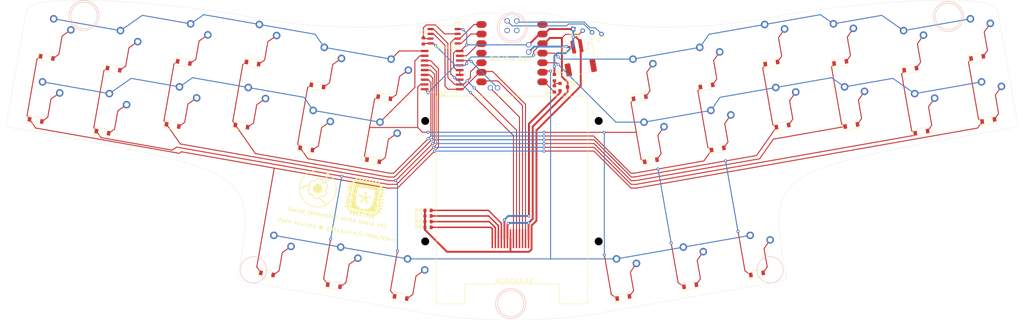
<source format=kicad_pcb>
(kicad_pcb (version 20211014) (generator pcbnew)
  (layers (0 "F.Cu" signal) (31 "B.Cu" signal) (34 "B.Paste" user) (35 "F.Paste" user) (36 "B.SilkS" user "B.Silkscreen") (37 "F.SilkS" user "F.Silkscreen") (38 "B.Mask" user) (39 "F.Mask" user) (44 "Edge.Cuts" user))
  (net 0 "")
  (net 1 "GND")
  (net 2 "Net-(BT1-Pad1)")
  (net 3 "SWD")
  (net 4 "SWC")
  (net 5 "R1")
  (net 6 "C1")
  (net 7 "C2")
  (net 8 "C3")
  (net 9 "C4")
  (net 10 "C5")
  (net 11 "C6")
  (net 12 "R2")
  (net 13 "R3")
  (net 14 "+3V3")
  (net 15 "MISO")
  (net 16 "R4")
  (net 17 "R5")
  (net 18 "BL")
  (net 19 "Net-(R7-Pad1)")
  (net 20 "Net-(R8-Pad1)")
  (net 21 "Net-(R9-Pad1)")
  (net 22 "Net-(Q1-Pad2)")
  (net 23 "DQ2")
  (net 24 "Net-(R6-Pad1)")
  (net 25 "FLASH_CS")
  (net 26 "MOSI")
  (net 27 "SCLK")
  (net 28 "LCD_CS")
  (net 29 "C\\D")
  (net 30 "IO_INT")
  (net 34 "IO_CS")
  (net 36 "Net-(Q1-Pad1)")
  (footprint "xiao:xiao-ble-smd" (layer "F.Cu") (at 138.865832 66.702025)
    (fp_text reference "U2" hide)
    (fp_text value "xiao-ble" hide)
  )
  (footprint "Resistor_SMD:R_0603_1608Metric" (layer "F.Cu") (at 115.365831 63.452024 -90)
    (fp_text reference "R3")
    (fp_text value "10k")
  )
  (footprint "Resistor_SMD:R_0603_1608Metric" (layer "F.Cu") (at 116.615831 111.452025 180)
    (fp_text reference "R8")
    (fp_text value "220")
  )
  (footprint "Resistor_SMD:R_0603_1608Metric" (layer "F.Cu") (at 116.615831 109.952024 180)
    (fp_text reference "R7")
    (fp_text value "220")
  )
  (footprint "Resistor_SMD:R_0603_1608Metric" (layer "F.Cu") (at 116.615832 112.952025 180)
    (fp_text reference "R9")
    (fp_text value "220")
  )
  (footprint "pg1350:pg1350-D" (layer "F.Cu") (at 15.515816 67.823877 -10)
    (fp_text reference "K1" hide)
    (fp_text value "diode-choc")
  )
  (footprint "pg1350:pg1350-D" (layer "F.Cu") (at 33.242357 70.949546 -10)
    (fp_text reference "K2" hide)
    (fp_text value "diode-choc")
  )
  (footprint "pg1350:pg1350-D" (layer "F.Cu") (at 51.837139 69.151174 -10)
    (fp_text reference "K3" hide)
    (fp_text value "diode-choc")
  )
  (footprint "pg1350:pg1350-D" (layer "F.Cu") (at 70.084623 69.322418 -10)
    (fp_text reference "K4" hide)
    (fp_text value "diode-choc")
  )
  (footprint "pg1350:pg1350-D" (layer "F.Cu") (at 87.290219 75.402506 -10)
    (fp_text reference "K5" hide)
    (fp_text value "diode-choc")
  )
  (footprint "pg1350:pg1350-D" (layer "F.Cu") (at 105.016759 78.528173 -10)
    (fp_text reference "K6" hide)
    (fp_text value "diode-choc")
  )
  (footprint "pg1350:pg1350-D" (layer "F.Cu") (at 12.5638 84.565608 -10)
    (fp_text reference "K7" hide)
    (fp_text value "diode-choc")
  )
  (footprint "pg1350:pg1350-D" (layer "F.Cu") (at 30.290339 87.691275 -10)
    (fp_text reference "K8" hide)
    (fp_text value "diode-choc")
  )
  (footprint "pg1350:pg1350-D" (layer "F.Cu") (at 48.88512 85.892906 -10)
    (fp_text reference "K9" hide)
    (fp_text value "diode-choc")
  )
  (footprint "pg1350:pg1350-D" (layer "F.Cu") (at 67.132607 86.06415 -10)
    (fp_text reference "K10" hide)
    (fp_text value "diode-choc")
  )
  (footprint "pg1350:pg1350-D" (layer "F.Cu") (at 84.338197 92.144239 -10)
    (fp_text reference "K11" hide)
    (fp_text value "diode-choc")
  )
  (footprint "pg1350:pg1350-D" (layer "F.Cu") (at 102.064737 95.269908 -10)
    (fp_text reference "K12" hide)
    (fp_text value "diode-choc")
  )
  (footprint "pg1350:pg1350-D" (layer "F.Cu") (at 73.9157 125.338689 -10)
    (fp_text reference "K13" hide)
    (fp_text value "diode-choc")
  )
  (footprint "pg1350:pg1350-D" (layer "F.Cu") (at 91.642244 128.464356 -10)
    (fp_text reference "K14" hide)
    (fp_text value "diode-choc")
  )
  (footprint "pg1350:pg1350-D" (layer "F.Cu") (at 109.36878 131.590023 -10)
    (fp_text reference "K15" hide)
    (fp_text value "diode-choc")
  )
  (footprint "pg1350:pg1350-D" (layer "F.Cu") (at 203.856935 125.338575 10)
    (fp_text reference "K16" hide)
    (fp_text value "diode-choc")
  )
  (footprint "pg1350:pg1350-D" (layer "F.Cu") (at 186.130393 128.46424 10)
    (fp_text reference "K17" hide)
    (fp_text value "diode-choc")
  )
  (footprint "pg1350:pg1350-D" (layer "F.Cu") (at 168.403861 131.58991 10)
    (fp_text reference "K18" hide)
    (fp_text value "diode-choc")
  )
  (footprint "pg1350:pg1350-D" (layer "F.Cu") (at 262.256825 67.823763 10)
    (fp_text reference "K19" hide)
    (fp_text value "diode-choc")
  )
  (footprint "pg1350:pg1350-D" (layer "F.Cu") (at 244.530283 70.949434 10)
    (fp_text reference "K20" hide)
    (fp_text value "diode-choc")
  )
  (footprint "pg1350:pg1350-D" (layer "F.Cu") (at 225.935505 69.151063 10)
    (fp_text reference "K21" hide)
    (fp_text value "diode-choc")
  )
  (footprint "pg1350:pg1350-D" (layer "F.Cu") (at 207.688019 69.322305 10)
    (fp_text reference "K22" hide)
    (fp_text value "diode-choc")
  )
  (footprint "pg1350:pg1350-D" (layer "F.Cu") (at 190.482425 75.402397 10)
    (fp_text reference "K23" hide)
    (fp_text value "diode-choc")
  )
  (footprint "pg1350:pg1350-D" (layer "F.Cu") (at 172.755885 78.528064 10)
    (fp_text reference "K24" hide)
    (fp_text value "diode-choc")
  )
  (footprint "pg1350:pg1350-D" (layer "F.Cu") (at 265.208837 84.565492 10)
    (fp_text reference "K25" hide)
    (fp_text value "diode-choc")
  )
  (footprint "pg1350:pg1350-D" (layer "F.Cu") (at 247.482297 87.691162 10)
    (fp_text reference "K26" hide)
    (fp_text value "diode-choc")
  )
  (footprint "pg1350:pg1350-D" (layer "F.Cu") (at 228.887519 85.892791 10)
    (fp_text reference "K27" hide)
    (fp_text value "diode-choc")
  )
  (footprint "pg1350:pg1350-D" (layer "F.Cu") (at 210.640033 86.064033 10)
    (fp_text reference "K28" hide)
    (fp_text value "diode-choc")
  )
  (footprint "pg1350:pg1350-D" (layer "F.Cu") (at 193.434443 92.144123 10)
    (fp_text reference "K29" hide)
    (fp_text value "diode-choc")
  )
  (footprint "pg1350:pg1350-D" (layer "F.Cu") (at 175.7079 95.269791 10)
    (fp_text reference "K30" hide)
    (fp_text value "diode-choc")
  )
  (footprint "keeb-libs:debug-port-single-side" (layer "F.Cu") (at 158.865831 60.952025 -10)
    (fp_text reference "J1" hide)
    (fp_text value "Conn_01x04" hide)
  )
  (footprint "misc:auklet-mount" (layer "F.Cu") (at 138.865832 100.702025)
    (fp_text reference "H1" hide)
    (fp_text value "MountingHole")
  )
  (footprint "misc:crides-neg" (layer "F.Cu") (at 87.365832 102.702025 -10)
    (fp_text reference "REF**" hide)
    (fp_text value "crides-neg")
  )
  (footprint "Resistor_SMD:R_0603_1608Metric" (layer "F.Cu") (at 116.615832 108.452025 180)
    (fp_text reference "R6")
    (fp_text value "220")
  )
  (footprint "misc:embedded" (layer "F.Cu") (at 99.865832 105.202025 -10)
    (fp_text reference "REF**" hide)
    (fp_text value "embedded")
  )
  (footprint "Package_TO_SOT_SMD:SOT-23" (layer "F.Cu") (at 152.615832 75.702025)
    (fp_text reference "Q1")
    (fp_text value "AO3401A")
  )
  (footprint "misc:TM022HDH26" (layer "F.Cu") (at 138.865831 105.702025)
    (fp_text reference "U3" hide)
    (fp_text value "LCD2.2in")
  )
  (footprint "Resistor_SMD:R_0603_1608Metric" (layer "F.Cu") (at 150.115832 73.202025 90)
    (fp_text reference "R1")
    (fp_text value "100k")
  )
  (footprint "Package_SO:SOP-8_5.28x5.23mm_P1.27mm" (layer "F.Cu") (at 120.865832 62.202024 180)
    (fp_text reference "U1")
    (fp_text value "MT25QL128ABA1ESE")
  )
  (footprint "Resistor_SMD:R_0603_1608Metric" (layer "F.Cu") (at 150.115832 76.202025 90)
    (fp_text reference "R2")
    (fp_text value "100")
  )
  (footprint "Package_SO:SOIC-18W_7.5x11.6mm_P1.27mm" (layer "F.Cu") (at 120.365832 71.202025 180)
    (fp_text reference "U4")
    (fp_text value "MCP23S08")
  )
  (footprint "Connector_JST:JST_PH_S2B-PH-SM4-TB_1x02-1MP_P2.00mm_Horizontal" (layer "F.Cu") (at 156.615832 67.702025 10)
    (fp_text reference "BT1")
    (fp_text value "Battery_Cell")
  )
  (gr_circle (center 138.934407 59.952024) (end 142.934406 59.952022) (layer "B.SilkS") (width 0.12) (fill none))
  (gr_circle (center 138.534402 133.202021) (end 142.034407 133.202024) (layer "B.SilkS") (width 0.12) (fill none))
  (gr_circle (center 207.327184 124.247856) (end 210.789638 124.759142) (layer "B.SilkS") (width 0.12) (fill none))
  (gr_circle (center 254.615831 56.952029) (end 258.57292 57.536362) (layer "B.SilkS") (width 0.12) (fill none))
  (gr_circle (center 254.615831 56.952029) (end 258.078282 57.463319) (layer "B.SilkS") (width 0.12) (fill none))
  (gr_circle (center 70.30099 124.269523) (end 73.763445 123.758234) (layer "B.SilkS") (width 0.12) (fill none))
  (gr_circle (center 25.36583 56.702025) (end 28.828284 56.190735) (layer "B.SilkS") (width 0.12) (fill none))
  (gr_circle (center 25.36583 56.702025) (end 29.322921 56.117696) (layer "B.SilkS") (width 0.12) (fill none))
  (gr_circle (center 138.934405 59.952025) (end 142.434403 59.952022) (layer "B.SilkS") (width 0.12) (fill none))
  (gr_circle (center 138.534402 133.202021) (end 142.534403 133.202021) (layer "B.SilkS") (width 0.12) (fill none))
  (gr_curve (pts (xy 10.039889 55.688628) (xy 10.676198 49.200556) (xy 56.411475 54.726352) (xy 64.782339 56.202361)) (layer "Edge.Cuts") (width 0.05))
  (gr_curve (pts (xy 64.782339 56.202361) (xy 79.163293 59.238664) (xy 102.925587 62.499043) (xy 130.115831 56.049273)) (layer "Edge.Cuts") (width 0.05))
  (gr_curve (pts (xy 5.641603 86.391323) (xy 71.131319 97.938925) (xy 71.254961 97.960724) (xy 66.182349 126.005943)) (layer "Edge.Cuts") (width 0.05))
  (gr_curve (pts (xy 116.238399 135.849627) (xy 129.865832 138.202025) (xy 147.865831 138.202025) (xy 161.53764 135.846891)) (layer "Edge.Cuts") (width 0.05))
  (gr_curve (pts (xy 272.131032 86.391203) (xy 206.645251 97.939162) (xy 206.521606 97.960964) (xy 211.590291 126.005829)) (layer "Edge.Cuts") (width 0.05))
  (gr_arc (start 272.942192 85.232747) (mid 272.776536 85.979972) (end 272.131032 86.391203) (layer "Edge.Cuts") (width 0.05))
  (gr_line (start 66.993506 127.164399) (end 116.238399 135.849627) (layer "Edge.Cuts") (width 0.05))
  (gr_curve (pts (xy 212.990296 56.202244) (xy 198.609343 59.238551) (xy 174.847048 62.498928) (xy 147.615832 56.049273)) (layer "Edge.Cuts") (width 0.05))
  (gr_curve (pts (xy 267.732746 55.688515) (xy 267.096438 49.200441) (xy 221.36116 54.726239) (xy 212.990296 56.202244)) (layer "Edge.Cuts") (width 0.05))
  (gr_line (start 147.615832 56.049273) (end 130.115831 56.049273) (layer "Edge.Cuts") (width 0.05))
  (gr_arc (start 211.590292 126.005824) (mid 211.424638 126.753051) (end 210.779133 127.164285) (layer "Edge.Cuts") (width 0.05))
  (gr_arc (start 66.993507 127.164397) (mid 66.348004 126.753166) (end 66.182349 126.005943) (layer "Edge.Cuts") (width 0.05))
  (gr_line (start 4.830445 85.232862) (end 10.039889 55.688628) (layer "Edge.Cuts") (width 0.05))
  (gr_arc (start 5.641604 86.391317) (mid 4.996101 85.980086) (end 4.830445 85.232862) (layer "Edge.Cuts") (width 0.05))
  (gr_line (start 272.942192 85.232746) (end 267.732746 55.688515) (layer "Edge.Cuts") (width 0.05))
  (gr_line (start 161.53764 135.846891) (end 210.779133 127.164285) (layer "Edge.Cuts") (width 0.05))
  (gr_text "BLE Xiao ONLY!" (at 138.865832 68.202025) (layer "F.SilkS") (effects (font (size 1 1))))
  (gr_text "JLCJLCJLCJLC" (at 139.365832 127.202025) (layer "F.SilkS") (effects (font (size 1 1))))
  (gr_text "   Auklet (embedded steno board v4)\n\nOpen sourced @ github.com/crides/steno" (at 76.865832 109.202025 -10) (layer "F.SilkS") (effects (font (size 1 1)) (justify left)))
  (segment (start 123.365832 70.389525) (end 124.178332 71.202025) (width 0.254) (layer "F.Cu") (net 1))
  (segment (start 138.465831 116.002025) (end 138.465831 119.452024) (width 0.508) (layer "F.Cu") (net 1))
  (segment (start 148.767392 60.290425) (end 155.113713 60.290425) (width 0.508) (layer "F.Cu") (net 1))
  (segment (start 125.865831 60.452025) (end 125.710831 60.297024) (width 0.254) (layer "F.Cu") (net 1))
  (segment (start 157.105741 75.462115) (end 145.365832 87.202024) (width 0.508) (layer "F.Cu") (net 1))
  (segment (start 121.615832 119.452025) (end 115.790832 113.627025) (width 0.508) (layer "F.Cu") (net 1))
  (segment (start 157.105742 64.721675) (end 157.105741 75.462115) (width 0.508) (layer "F.Cu") (net 1))
  (segment (start 125.220986 66.122024) (end 123.968334 66.122024) (width 0.254) (layer "F.Cu") (net 1))
  (segment (start 155.115831 62.452024) (end 155.865831 62.452024) (width 0.508) (layer "F.Cu") (net 1))
  (segment (start 150.115832 70.202025) (end 150.115832 72.377025) (width 0.508) (layer "F.Cu") (net 1))
  (segment (start 144.065832 112.502025) (end 144.065831 116.002025) (width 0.508) (layer "F.Cu") (net 1))
  (segment (start 143.429254 119.452024) (end 144.065831 118.815447) (width 0.508) (layer "F.Cu") (net 1))
  (segment (start 123.968334 66.122024) (end 123.365832 66.724526) (width 0.254) (layer "F.Cu") (net 1))
  (segment (start 115.790832 113.627025) (end 115.790831 111.452025) (width 0.508) (layer "F.Cu") (net 1))
  (segment (start 138.465831 119.452024) (end 123.615831 119.452025) (width 0.508) (layer "F.Cu") (net 1))
  (segment (start 125.710831 60.297024) (end 124.465832 60.297024) (width 0.254) (layer "F.Cu") (net 1))
  (segment (start 115.790831 111.452025) (end 115.790831 108.452025) (width 0.508) (layer "F.Cu") (net 1))
  (segment (start 145.365832 111.202025) (end 144.065832 112.502025) (width 0.508) (layer "F.Cu") (net 1))
  (segment (start 126.865832 64.477178) (end 125.220986 66.122024) (width 0.254) (layer "F.Cu") (net 1))
  (segment (start 147.435792 61.622025) (end 146.168832 61.622025) (width 0.508) (layer "F.Cu") (net 1))
  (segment (start 123.365832 66.724526) (end 123.365832 70.389525) (width 0.254) (layer "F.Cu") (net 1))
  (segment (start 123.615831 119.452025) (end 121.615832 119.452025) (width 0.508) (layer "F.Cu") (net 1))
  (segment (start 125.015832 72.472025) (end 125.015832 71.202025) (width 0.254) (layer "F.Cu") (net 1))
  (segment (start 147.435792 61.622025) (end 148.767392 60.290425) (width 0.508) (layer "F.Cu") (net 1))
  (segment (start 145.365832 87.202024) (end 145.365832 111.202025) (width 0.508) (layer "F.Cu") (net 1))
  (segment (start 157.105741 63.691935) (end 157.105742 64.721675) (width 0.508) (layer "F.Cu") (net 1))
  (segment (start 144.065831 118.815447) (end 144.065831 116.002025) (width 0.508) (layer "F.Cu") (net 1))
  (segment (start 146.168832 61.622025) (end 143.310832 64.480025) (width 0.508) (layer "F.Cu") (net 1))
  (segment (start 124.178332 71.202025) (end 125.015832 71.202025) (width 0.254) (layer "F.Cu") (net 1))
  (segment (start 138.465831 119.452024) (end 143.429254 119.452024) (width 0.508) (layer "F.Cu") (net 1))
  (segment (start 155.865831 62.452024) (end 157.105741 63.691935) (width 0.508) (layer "F.Cu") (net 1))
  (via (at 126.865832 64.477178) (size 0.8) (drill 0.4) (layers "F.Cu" "B.Cu") (net 1))
  (via (at 150.115832 70.202025) (size 0.8) (drill 0.4) (layers "F.Cu" "B.Cu") (net 1))
  (via (at 155.115831 62.452024) (size 0.8) (drill 0.4) (layers "F.Cu" "B.Cu") (net 1))
  (via (at 125.865831 60.452025) (size 0.8) (drill 0.4) (layers "F.Cu" "B.Cu") (net 1))
  (segment (start 126.868679 64.480025) (end 143.310832 64.480025) (width 0.254) (layer "B.Cu") (net 1))
  (segment (start 153.115831 66.702025) (end 155.115832 64.702025) (width 0.508) (layer "B.Cu") (net 1))
  (segment (start 155.115832 64.702025) (end 155.115831 62.452024) (width 0.508) (layer "B.Cu") (net 1))
  (segment (start 126.865832 64.477178) (end 126.868679 64.480025) (width 0.254) (layer "B.Cu") (net 1))
  (segment (start 150.115831 67.452025) (end 150.865831 66.702025) (width 0.508) (layer "B.Cu") (net 1))
  (segment (start 126.865832 64.477178) (end 126.865831 61.452025) (width 0.254) (layer "B.Cu") (net 1))
  (segment (start 150.865831 66.702025) (end 153.115831 66.702025) (width 0.508) (layer "B.Cu") (net 1))
  (segment (start 155.113714 62.449906) (end 155.113713 60.290425) (width 0.508) (layer "B.Cu") (net 1))
  (segment (start 126.865831 61.452025) (end 125.865831 60.452025) (width 0.254) (layer "B.Cu") (net 1))
  (segment (start 150.115832 70.202025) (end 150.115831 67.452025) (width 0.508) (layer "B.Cu") (net 1))
  (segment (start 155.115831 62.452024) (end 155.113714 62.449906) (width 0.508) (layer "B.Cu") (net 1))
  (segment (start 153.482778 65.068971) (end 155.136127 65.068971) (width 0.508) (layer "F.Cu") (net 2))
  (segment (start 153.365831 64.952025) (end 153.482778 65.068971) (width 0.508) (layer "F.Cu") (net 2))
  (via (at 153.365831 64.952025) (size 0.8) (drill 0.4) (layers "F.Cu" "B.Cu") (net 2))
  (segment (start 144.743832 64.952025) (end 143.310832 66.385025) (width 0.508) (layer "B.Cu") (net 2))
  (segment (start 153.365831 64.952025) (end 144.743832 64.952025) (width 0.508) (layer "B.Cu") (net 2))
  (segment (start 138.917832 59.452025) (end 137.595832 58.130025) (width 0.254) (layer "B.Cu") (net 3))
  (segment (start 160.116537 61.172558) (end 157.896004 58.952025) (width 0.254) (layer "B.Cu") (net 3))
  (segment (start 153.365832 59.452025) (end 138.917832 59.452025) (width 0.254) (layer "B.Cu") (net 3))
  (segment (start 153.865832 58.952025) (end 153.365832 59.452025) (width 0.254) (layer "B.Cu") (net 3))
  (segment (start 157.896004 58.952025) (end 153.865832 58.952025) (width 0.254) (layer "B.Cu") (net 3))
  (segment (start 158.041904 58.452025) (end 159.541904 59.952025) (width 0.254) (layer "B.Cu") (net 4))
  (segment (start 159.541904 59.952025) (end 160.956349 59.952025) (width 0.254) (layer "B.Cu") (net 4))
  (segment (start 140.135832 58.130025) (end 140.457832 58.452025) (width 0.254) (layer "B.Cu") (net 4))
  (segment (start 160.956349 59.952025) (end 162.617949 61.613625) (width 0.254) (layer "B.Cu") (net 4))
  (segment (start 140.457832 58.452025) (end 158.041904 58.452025) (width 0.254) (layer "B.Cu") (net 4))
  (segment (start 116.215831 66.122025) (end 108.986847 66.122025) (width 0.254) (layer "F.Cu") (net 5))
  (segment (start 108.986847 66.122025) (end 106.8227 68.286173) (width 0.254) (layer "F.Cu") (net 5))
  (segment (start 89.096157 65.160512) (end 106.822698 68.286174) (width 0.254) (layer "B.Cu") (net 5))
  (segment (start 106.822698 68.286174) (end 106.822701 68.286172) (width 0.254) (layer "B.Cu") (net 5))
  (segment (start 17.321763 57.581876) (end 35.048296 60.707542) (width 0.254) (layer "B.Cu") (net 5))
  (segment (start 35.048296 60.707542) (end 35.048297 60.707546) (width 0.254) (layer "B.Cu") (net 5))
  (segment (start 57.11844 56.475694) (end 86.662683 61.685143) (width 0.254) (layer "B.Cu") (net 5))
  (segment (start 35.0483 60.707549) (end 40.840575 56.651746) (width 0.254) (layer "B.Cu") (net 5))
  (segment (start 40.840575 56.651746) (end 53.643076 58.909176) (width 0.254) (layer "B.Cu") (net 5))
  (segment (start 53.643076 58.909176) (end 57.11844 56.475694) (width 0.254) (layer "B.Cu") (net 5))
  (segment (start 86.662683 61.685143) (end 89.096155 65.160506) (width 0.254) (layer "B.Cu") (net 5))
  (segment (start 10.253883 83.297218) (end 10.943367 84.281905) (width 0.254) (layer "F.Cu") (net 6))
  (segment (start 13.895384 67.540179) (end 12.910699 68.229661) (width 0.254) (layer "F.Cu") (net 6))
  (segment (start 12.910699 68.229661) (end 10.253883 83.297218) (width 0.254) (layer "F.Cu") (net 6))
  (segment (start 108.532476 102.535381) (end 118.365832 92.702024) (width 0.254) (layer "F.Cu") (net 6))
  (segment (start 71.192682 123.480332) (end 75.819716 97.239112) (width 0.254) (layer "F.Cu") (net 6))
  (segment (start 72.295267 125.054989) (end 71.192682 123.480332) (width 0.254) (layer "F.Cu") (net 6))
  (segment (start 171.912578 102.539286) (end 262.367168 86.589702) (width 0.254) (layer "F.Cu") (net 6))
  (segment (start 117.240831 68.662024) (end 116.215832 68.662025) (width 0.254) (layer "F.Cu") (net 6))
  (segment (start 50.620292 93.303486) (end 51.199518 92.897905) (width 0.254) (layer "F.Cu") (net 6))
  (segment (start 105.85635 102.53538) (end 108.532476 102.535381) (width 0.254) (layer "F.Cu") (net 6))
  (segment (start 262.599214 84.162531) (end 259.942402 69.094971) (width 0.254) (layer "F.Cu") (net 6))
  (segment (start 118.365832 92.702024) (end 119.365832 91.702024) (width 0.254) (layer "F.Cu") (net 6))
  (segment (start 147.368534 92.702025) (end 160.615831 92.702025) (width 0.254) (layer "F.Cu") (net 6))
  (segment (start 147.365832 92.704727) (end 147.368534 92.702025) (width 0.254) (layer "F.Cu") (net 6))
  (segment (start 170.453094 102.539287) (end 171.912578 102.539286) (width 0.254) (layer "F.Cu") (net 6))
  (segment (start 12.561378 86.592673) (end 50.620292 93.303486) (width 0.254) (layer "F.Cu") (net 6))
  (segment (start 259.942402 69.094971) (end 260.631884 68.110286) (width 0.254) (layer "F.Cu") (net 6))
  (segment (start 119.365832 70.787025) (end 117.240831 68.662024) (width 0.254) (layer "F.Cu") (net 6))
  (segment (start 119.365832 91.702024) (end 119.365832 70.787025) (width 0.254) (layer "F.Cu") (net 6))
  (segment (start 51.199518 92.897905) (end 75.819716 97.239112) (width 0.254) (layer "F.Cu") (net 6))
  (segment (start 10.943361 84.281907) (end 12.561378 86.592673) (width 0.254) (layer "F.Cu") (net 6))
  (segment (start 75.819716 97.239112) (end 105.85635 102.53538) (width 0.254) (layer "F.Cu") (net 6))
  (segment (start 160.615831 92.702025) (end 170.453094 102.539287) (width 0.254) (layer "F.Cu") (net 6))
  (segment (start 262.367168 86.589702) (end 263.583907 84.852017) (width 0.254) (layer "F.Cu") (net 6))
  (segment (start 263.583907 84.852017) (end 262.599214 84.162531) (width 0.254) (layer "F.Cu") (net 6))
  (via (at 147.365832 92.704727) (size 0.8) (drill 0.4) (layers "F.Cu" "B.Cu") (net 6))
  (via (at 118.365832 92.702024) (size 0.8) (drill 0.4) (layers "F.Cu" "B.Cu") (net 6))
  (segment (start 147.365832 92.704727) (end 118.368534 92.704728) (width 0.254) (layer "B.Cu") (net 6))
  (segment (start 118.368534 92.704728) (end 118.365832 92.702024) (width 0.254) (layer "B.Cu") (net 6))
  (segment (start 245.857365 87.977685) (end 245.857367 87.977686) (width 0.254) (layer "F.Cu") (net 7))
  (segment (start 242.905348 71.23595) (end 242.215866 72.220644) (width 0.254) (layer "F.Cu") (net 7))
  (segment (start 244.872679 87.288202) (end 245.857367 87.977686) (width 0.254) (layer "F.Cu") (net 7))
  (segment (start 31.621927 70.665841) (end 30.637238 71.355331) (width 0.254) (layer "F.Cu") (net 7))
  (segment (start 106.029999 101.550572) (end 93.719902 99.37997) (width 0.254) (layer "F.Cu") (net 7))
  (segment (start 118.865832 90.952024) (end 118.111329 91.706527) (width 0.254) (layer "F.Cu") (net 7))
  (segment (start 90.021806 128.180652) (end 88.919214 126.605993) (width 0.254) (layer "F.Cu") (net 7))
  (segment (start 242.215866 72.220644) (end 243.283802 78.277214) (width 0.254) (layer "F.Cu") (net 7))
  (segment (start 90.767884 116.121704) (end 90.767884 116.121702) (width 0.254) (layer "F.Cu") (net 7))
  (segment (start 243.283802 78.277214) (end 244.872679 87.288202) (width 0.254) (layer "F.Cu") (net 7))
  (segment (start 170.483107 101.55448) (end 171.738929 101.554479) (width 0.254) (layer "F.Cu") (net 7))
  (segment (start 147.365831 91.702024) (end 147.37394 91.710133) (width 0.254) (layer "F.Cu") (net 7))
  (segment (start 147.37394 91.710133) (end 160.638761 91.710133) (width 0.254) (layer "F.Cu") (net 7))
  (segment (start 49.895962 91.652625) (end 48.737502 92.463787) (width 0.254) (layer "F.Cu") (net 7))
  (segment (start 108.267284 101.550571) (end 106.029999 101.550572) (width 0.254) (layer "F.Cu") (net 7))
  (segment (start 88.919214 126.605993) (end 90.767884 116.121704) (width 0.254) (layer "F.Cu") (net 7))
  (segment (start 116.215832 69.932024) (end 117.240831 69.932024) (width 0.254) (layer "F.Cu") (net 7))
  (segment (start 93.719902 99.37997) (end 49.895962 91.652625) (width 0.254) (layer "F.Cu") (net 7))
  (segment (start 118.865832 71.557025) (end 118.865832 90.952024) (width 0.254) (layer "F.Cu") (net 7))
  (segment (start 245.451791 88.556915) (end 245.857367 87.977687) (width 0.254) (layer "F.Cu") (net 7))
  (segment (start 160.638761 91.710133) (end 170.483107 101.55448) (width 0.254) (layer "F.Cu") (net 7))
  (segment (start 171.738929 101.554479) (end 245.451791 88.556915) (width 0.254) (layer "F.Cu") (net 7))
  (segment (start 28.669899 87.407572) (end 27.980419 86.422887) (width 0.254) (layer "F.Cu") (net 7))
  (segment (start 48.737502 92.463787) (end 29.879458 89.138604) (width 0.254) (layer "F.Cu") (net 7))
  (segment (start 29.30814 78.893014) (end 27.980419 86.422887) (width 0.254) (layer "F.Cu") (net 7))
  (segment (start 29.879458 89.138604) (end 28.665405 87.404757) (width 0.254) (layer "F.Cu") (net 7))
  (segment (start 118.111329 91.706527) (end 108.267284 101.550571) (width 0.254) (layer "F.Cu") (net 7))
  (segment (start 28.669904 87.407572) (end 28.669899 87.407572) (width 0.254) (layer "F.Cu") (net 7))
  (segment (start 30.637238 71.355331) (end 29.30814 78.893014) (width 0.254) (layer "F.Cu") (net 7))
  (segment (start 117.240831 69.932024) (end 118.865832 71.557025) (width 0.254) (layer "F.Cu") (net 7))
  (via (at 147.365831 91.702024) (size 0.8) (drill 0.4) (layers "F.Cu" "B.Cu") (net 7))
  (via (at 90.767884 116.121702) (size 0.8) (drill 0.4) (layers "F.Cu" "B.Cu") (net 7))
  (via (at 93.719902 99.37997) (size 0.8) (drill 0.4) (layers "F.Cu" "B.Cu") (net 7))
  (via (at 118.111329 91.706527) (size 0.8) (drill 0.4) (layers "F.Cu" "B.Cu") (net 7))
  (segment (start 147.357723 91.710133) (end 118.114934 91.710133) (width 0.254) (layer "B.Cu") (net 7))
  (segment (start 147.365831 91.702024) (end 147.357723 91.710133) (width 0.254) (layer "B.Cu") (net 7))
  (segment (start 90.767884 116.121702) (end 93.719902 99.37997) (width 0.254) (layer "B.Cu") (net 7))
  (segment (start 118.114934 91.710133) (end 118.111329 91.706527) (width 0.254) (layer "B.Cu") (net 7))
  (segment (start 227.262584 86.179311) (end 227.262586 86.179313) (width 0.254) (layer "F.Cu") (net 8))
  (segment (start 224.310567 69.437582) (end 223.621081 70.422272) (width 0.254) (layer "F.Cu") (net 8))
  (segment (start 223.621081 70.422272) (end 226.2779 85.489827) (width 0.254) (layer "F.Cu") (net 8))
  (segment (start 226.2779 85.489827) (end 227.262586 86.179313) (width 0.254) (layer "F.Cu") (net 8))
  (segment (start 49.23202 69.556957) (end 50.216705 68.867472) (width 0.254) (layer "F.Cu") (net 8))
  (segment (start 47.264684 85.609203) (end 46.575201 84.62452) (width 0.254) (layer "F.Cu") (net 8))
  (segment (start 46.575201 84.62452) (end 49.23202 69.556957) (width 0.254) (layer "F.Cu") (net 8))
  (segment (start 106.203647 100.565765) (end 107.036194 100.565763) (width 0.254) (layer "F.Cu") (net 8))
  (segment (start 208.20656 89.539404) (end 227.262586 86.179313) (width 0.254) (layer "F.Cu") (net 8))
  (segment (start 204.556337 94.752457) (end 208.20656 89.539404) (width 0.254) (layer "F.Cu") (net 8))
  (segment (start 147.365832 90.699322) (end 147.373941 90.70743) (width 0.254) (layer "F.Cu") (net 8))
  (segment (start 118.365832 72.327026) (end 118.365832 90.202025) (width 0.254) (layer "F.Cu") (net 8))
  (segment (start 115.715832 71.202025) (end 117.240831 71.202025) (width 0.254) (layer "F.Cu") (net 8))
  (segment (start 106.645763 129.731661) (end 108.494423 119.247369) (width 0.254) (layer "F.Cu") (net 8))
  (segment (start 147.373941 90.70743) (end 160.636061 90.70743) (width 0.254) (layer "F.Cu") (net 8))
  (segment (start 170.498299 100.569668) (end 171.565284 100.569668) (width 0.254) (layer "F.Cu") (net 8))
  (segment (start 107.748344 131.306323) (end 106.645763 129.731661) (width 0.254) (layer "F.Cu") (net 8))
  (segment (start 118.365832 90.202025) (end 117.863182 90.704675) (width 0.254) (layer "F.Cu") (net 8))
  (segment (start 160.636061 90.70743) (end 170.498299 100.569668) (width 0.254) (layer "F.Cu") (net 8))
  (segment (start 108.002092 100.565764) (end 107.036194 100.565763) (width 0.254) (layer "F.Cu") (net 8))
  (segment (start 50.910597 90.816109) (end 106.203647 100.565765) (width 0.254) (layer "F.Cu") (net 8))
  (segment (start 117.240831 71.202025) (end 118.365832 72.327026) (width 0.254) (layer "F.Cu") (net 8))
  (segment (start 171.565284 100.569668) (end 204.556337 94.752457) (width 0.254) (layer "F.Cu") (net 8))
  (segment (start 47.264684 85.609203) (end 50.910597 90.816109) (width 0.254) (layer "F.Cu") (net 8))
  (segment (start 117.863182 90.704675) (end 108.002092 100.565764) (width 0.254) (layer "F.Cu") (net 8))
  (via (at 117.863182 90.704675) (size 0.8) (drill 0.4) (layers "F.Cu" "B.Cu") (net 8))
  (via (at 147.365832 90.699322) (size 0.8) (drill 0.4) (layers "F.Cu" "B.Cu") (net 8))
  (via (at 108.002092 100.565764) (size 0.8) (drill 0.4) (layers "F.Cu" "B.Cu") (net 8))
  (via (at 108.494423 119.247369) (size 0.8) (drill 0.4) (layers "F.Cu" "B.Cu") (net 8))
  (segment (start 147.357722 90.707431) (end 117.865938 90.70743) (width 0.254) (layer "B.Cu") (net 8))
  (segment (start 147.365832 90.699322) (end 147.357722 90.707431) (width 0.254) (layer "B.Cu") (net 8))
  (segment (start 108.494423 119.247369) (end 108.494423 101.058095) (width 0.254) (layer "B.Cu") (net 8))
  (segment (start 117.865938 90.70743) (end 117.863182 90.704675) (width 0.254) (layer "B.Cu") (net 8))
  (segment (start 108.494423 101.058095) (end 108.002092 100.565764) (width 0.254) (layer "B.Cu") (net 8))
  (segment (start 209.0151 86.350559) (end 209.0151 86.35056) (width 0.254) (layer "F.Cu") (net 9))
  (segment (start 206.063081 69.608825) (end 205.373598 70.59351) (width 0.254) (layer "F.Cu") (net 9))
  (segment (start 208.03042 85.661073) (end 209.0151 86.35056) (width 0.254) (layer "F.Cu") (net 9))
  (segment (start 205.373598 70.59351) (end 208.03042 85.661073) (width 0.254) (layer "F.Cu") (net 9))
  (segment (start 65.51217 85.780443) (end 65.512167 85.780448) (width 0.254) (layer "F.Cu") (net 9))
  (segment (start 64.822684 84.79576) (end 65.512167 85.780448) (width 0.254) (layer "F.Cu") (net 9))
  (segment (start 67.479501 69.728197) (end 64.822684 84.79576) (width 0.254) (layer "F.Cu") (net 9))
  (segment (start 68.464191 69.038718) (end 67.479501 69.728197) (width 0.254) (layer "F.Cu") (net 9))
  (segment (start 117.010832 72.472025) (end 117.865832 73.327025) (width 0.254) (layer "F.Cu") (net 9))
  (segment (start 160.633353 89.704728) (end 170.513489 99.584865) (width 0.254) (layer "F.Cu") (net 9))
  (segment (start 117.579309 89.7056) (end 107.68767 99.597239) (width 0.254) (layer "F.Cu") (net 9))
  (segment (start 171.391636 99.58486) (end 195.519425 95.33048) (width 0.254) (layer "F.Cu") (net 9))
  (segment (start 147.37394 89.704728) (end 160.633353 89.704728) (width 0.254) (layer "F.Cu") (net 9))
  (segment (start 209.015103 86.350562) (end 203.742568 93.880522) (width 0.254) (layer "F.Cu") (net 9))
  (segment (start 200.668093 124.53004) (end 198.818737 114.041828) (width 0.254) (layer "F.Cu") (net 9))
  (segment (start 115.715832 72.472025) (end 117.010832 72.472025) (width 0.254) (layer "F.Cu") (net 9))
  (segment (start 117.865832 89.419077) (end 117.579309 89.7056) (width 0.254) (layer "F.Cu") (net 9))
  (segment (start 107.68767 99.597239) (end 106.093809 99.597239) (width 0.254) (layer "F.Cu") (net 9))
  (segment (start 202.232004 125.625099) (end 200.668093 124.53004) (width 0.254) (layer "F.Cu") (net 9))
  (segment (start 203.742568 93.880522) (end 195.519425 95.33048) (width 0.254) (layer "F.Cu") (net 9))
  (segment (start 70.833341 93.379867) (end 65.512169 85.780446) (width 0.254) (layer "F.Cu") (net 9))
  (segment (start 106.093809 99.597239) (end 70.833341 93.379867) (width 0.254) (layer "F.Cu") (net 9))
  (segment (start 170.513489 99.584865) (end 171.391636 99.58486) (width 0.254) (layer "F.Cu") (net 9))
  (segment (start 147.365831 89.696618) (end 147.37394 89.704728) (width 0.254) (layer "F.Cu") (net 9))
  (segment (start 117.865832 73.327025) (end 117.865832 89.419077) (width 0.254) (layer "F.Cu") (net 9))
  (via (at 195.519425 95.33048) (size 0.8) (drill 0.4) (layers "F.Cu" "B.Cu") (net 9))
  (via (at 198.818737 114.041828) (size 0.8) (drill 0.4) (layers "F.Cu" "B.Cu") (net 9))
  (via (at 147.365831 89.696618) (size 0.8) (drill 0.4) (layers "F.Cu" "B.Cu") (net 9))
  (via (at 117.579309 89.7056) (size 0.8) (drill 0.4) (layers "F.Cu" "B.Cu") (net 9))
  (segment (start 147.357723 89.704728) (end 117.580181 89.704728) (width 0.254) (layer "B.Cu") (net 9))
  (segment (start 147.365831 89.696618) (end 147.357723 89.704728) (width 0.254) (layer "B.Cu") (net 9))
  (segment (start 117.580181 89.704728) (end 117.579309 89.7056) (width 0.254) (layer "B.Cu") (net 9))
  (segment (start 198.720508 113.48474) (end 195.519425 95.33048) (width 0.254) (layer "B.Cu") (net 9))
  (segment (start 198.818737 114.041828) (end 198.720508 113.48474) (width 0.254) (layer "B.Cu") (net 9))
  (segment (start 191.809509 92.430647) (end 191.809504 92.430649) (width 0.254) (layer "F.Cu") (net 10))
  (segment (start 188.857487 75.688911) (end 188.168001 76.673605) (width 0.254) (layer "F.Cu") (net 10))
  (segment (start 190.824818 91.741165) (end 191.809504 92.430649) (width 0.254) (layer "F.Cu") (net 10))
  (segment (start 188.168001 76.673605) (end 190.824818 91.741165) (width 0.254) (layer "F.Cu") (net 10))
  (segment (start 191.809511 92.430648) (end 189.781613 95.326786) (width 0.254) (layer "F.Cu") (net 10))
  (segment (start 184.505464 128.75076) (end 182.941555 127.655705) (width 0.254) (layer "F.Cu") (net 10))
  (segment (start 147.373941 88.702025) (end 160.539246 88.702025) (width 0.254) (layer "F.Cu") (net 10))
  (segment (start 117.365831 88.694189) (end 117.365831 74.452024) (width 0.254) (layer "F.Cu") (net 10))
  (segment (start 82.717765 91.860536) (end 82.717766 91.860541) (width 0.254) (layer "F.Cu") (net 10))
  (segment (start 160.539246 88.702025) (end 161.171888 89.334666) (width 0.254) (layer "F.Cu") (net 10))
  (segment (start 170.437275 98.600058) (end 171.217985 98.600058) (width 0.254) (layer "F.Cu") (net 10))
  (segment (start 189.781613 95.326786) (end 177.619236 97.471343) (width 0.254) (layer "F.Cu") (net 10))
  (segment (start 106.550943 98.596148) (end 84.741361 94.75053) (width 0.254) (layer "F.Cu") (net 10))
  (segment (start 84.741361 94.75053) (end 82.717765 91.860536) (width 0.254) (layer "F.Cu") (net 10))
  (segment (start 82.028276 90.875851) (end 84.685098 75.808295) (width 0.254) (layer "F.Cu") (net 10))
  (segment (start 182.941555 127.655705) (end 181.0922 117.167498) (width 0.254) (layer "F.Cu") (net 10))
  (segment (start 116.609628 89.458229) (end 107.471708 98.596149) (width 0.254) (layer "F.Cu") (net 10))
  (segment (start 84.685098 75.808295) (end 85.669783 75.118805) (width 0.254) (layer "F.Cu") (net 10))
  (segment (start 116.609628 89.450392) (end 116.609628 89.458229) (width 0.254) (layer "F.Cu") (net 10))
  (segment (start 107.471708 98.596149) (end 106.550943 98.596148) (width 0.254) (layer "F.Cu") (net 10))
  (segment (start 82.717766 91.860541) (end 82.028276 90.875851) (width 0.254) (layer "F.Cu") (net 10))
  (segment (start 116.609628 89.450392) (end 117.365831 88.694189) (width 0.254) (layer "F.Cu") (net 10))
  (segment (start 161.171888 89.334666) (end 170.437275 98.600058) (width 0.254) (layer "F.Cu") (net 10))
  (segment (start 147.365832 88.693915) (end 147.373941 88.702025) (width 0.254) (layer "F.Cu") (net 10))
  (segment (start 171.217985 98.600058) (end 177.619236 97.471343) (width 0.254) (layer "F.Cu") (net 10))
  (segment (start 116.655832 73.742025) (end 115.715832 73.742025) (width 0.254) (layer "F.Cu") (net 10))
  (segment (start 117.365831 74.452024) (end 116.655832 73.742025) (width 0.254) (layer "F.Cu") (net 10))
  (via (at 181.0922 117.167498) (size 0.8) (drill 0.4) (layers "F.Cu" "B.Cu") (net 10))
  (via (at 147.365832 88.693915) (size 0.8) (drill 0.4) (layers "F.Cu" "B.Cu") (net 10))
  (via (at 116.609628 89.450392) (size 0.8) (drill 0.4) (layers "F.Cu" "B.Cu") (net 10))
  (via (at 177.619236 97.471343) (size 0.8) (drill 0.4) (layers "F.Cu" "B.Cu") (net 10))
  (segment (start 147.357723 88.702024) (end 147.365832 88.693915) (width 0.254) (layer "B.Cu") (net 10))
  (segment (start 181.0922 117.167498) (end 177.619236 97.471343) (width 0.254) (layer "B.Cu") (net 10))
  (segment (start 117.357996 88.702024) (end 147.357723 88.702024) (width 0.254) (layer "B.Cu") (net 10))
  (segment (start 116.609628 89.450392) (end 117.357996 88.702024) (width 0.254) (layer "B.Cu") (net 10))
  (segment (start 170.441463 79.79927) (end 171.130946 78.814582) (width 0.254) (layer "F.Cu") (net 11))
  (segment (start 174.082968 95.556313) (end 173.098288 94.866828) (width 0.254) (layer "F.Cu") (net 11))
  (segment (start 100.444306 94.986208) (end 100.444308 94.986205) (width 0.254) (layer "F.Cu") (net 11))
  (segment (start 103.396322 78.244472) (end 102.411636 78.93396) (width 0.254) (layer "F.Cu") (net 11))
  (segment (start 99.75482 94.001515) (end 100.444308 94.986205) (width 0.254) (layer "F.Cu") (net 11))
  (segment (start 116.615831 87.702025) (end 115.115832 87.702025) (width 0.254) (layer "F.Cu") (net 11))
  (segment (start 100.999866 86.940504) (end 99.75482 94.001515) (width 0.254) (layer "F.Cu") (net 11))
  (segment (start 113.865832 75.702025) (end 114.555832 75.012025) (width 0.254) (layer "F.Cu") (net 11))
  (segment (start 113.865832 86.452025) (end 113.865832 75.702025) (width 0.254) (layer "F.Cu") (net 11))
  (segment (start 165.215014 130.781371) (end 163.365661 120.293168) (width 0.254) (layer "F.Cu") (net 11))
  (segment (start 114.555832 75.012025) (end 116.215832 75.012025) (width 0.254) (layer "F.Cu") (net 11))
  (segment (start 102.139743 80.475937) (end 100.999866 86.940504) (width 0.254) (layer "F.Cu") (net 11))
  (segment (start 147.365831 87.691213) (end 147.402909 87.728291) (width 0.254) (layer "F.Cu") (net 11))
  (segment (start 102.411636 78.93396) (end 102.139743 80.475937) (width 0.254) (layer "F.Cu") (net 11))
  (segment (start 113.865832 86.452025) (end 101.09494 86.452025) (width 0.254) (layer "F.Cu") (net 11))
  (segment (start 171.839566 87.728291) (end 163.366653 87.728291) (width 0.254) (layer "F.Cu") (net 11))
  (segment (start 101.09494 86.452025) (end 101.087339 86.444422) (width 0.254) (layer "F.Cu") (net 11))
  (segment (start 166.778926 131.876431) (end 165.215014 130.781371) (width 0.254) (layer "F.Cu") (net 11))
  (segment (start 173.098288 94.866828) (end 171.919026 88.178936) (width 0.254) (layer "F.Cu") (net 11))
  (segment (start 147.402909 87.728291) (end 163.366653 87.728291) (width 0.254) (layer "F.Cu") (net 11))
  (segment (start 171.839566 87.728291) (end 170.441463 79.79927) (width 0.254) (layer "F.Cu") (net 11))
  (segment (start 171.919026 88.178936) (end 171.839566 87.728291) (width 0.254) (layer "F.Cu") (net 11))
  (segment (start 115.115832 87.702025) (end 113.865832 86.452025) (width 0.254) (layer "F.Cu") (net 11))
  (via (at 163.365661 120.293168) (size 0.8) (drill 0.4) (layers "F.Cu" "B.Cu") (net 11))
  (via (at 116.615831 87.702025) (size 0.8) (drill 0.4) (layers "F.Cu" "B.Cu") (net 11))
  (via (at 147.365831 87.691213) (size 0.8) (drill 0.4) (layers "F.Cu" "B.Cu") (net 11))
  (via (at 163.366653 87.728291) (size 0.8) (drill 0.4) (layers "F.Cu" "B.Cu") (net 11))
  (segment (start 163.365661 120.293168) (end 163.365661 87.729283) (width 0.254) (layer "B.Cu") (net 11))
  (segment (start 147.35502 87.702025) (end 116.615831 87.702025) (width 0.254) (layer "B.Cu") (net 11))
  (segment (start 163.365661 87.729283) (end 163.366653 87.728291) (width 0.254) (layer "B.Cu") (net 11))
  (segment (start 147.365831 87.691213) (end 147.35502 87.702025) (width 0.254) (layer "B.Cu") (net 11))
  (segment (start 113.115832 68.753234) (end 114.477041 67.392025) (width 0.254) (layer "F.Cu") (net 12))
  (segment (start 114.477041 67.392025) (end 116.215832 67.392025) (width 0.254) (layer "F.Cu") (net 12))
  (segment (start 113.115832 75.782753) (end 113.115832 68.753234) (width 0.254) (layer "F.Cu") (net 12))
  (segment (start 103.870679 85.027906) (end 113.115832 75.782753) (width 0.254) (layer "F.Cu") (net 12))
  (segment (start 103.870675 85.027907) (end 103.87068 85.027904) (width 0.254) (layer "B.Cu") (net 12))
  (segment (start 86.14414 81.902242) (end 103.870675 85.027907) (width 0.254) (layer "B.Cu") (net 12))
  (segment (start 32.096279 77.449276) (end 32.096282 77.449279) (width 0.254) (layer "B.Cu") (net 12))
  (segment (start 14.369745 74.32361) (end 32.096279 77.449276) (width 0.254) (layer "B.Cu") (net 12))
  (segment (start 37.888566 73.393479) (end 50.691062 75.650902) (width 0.254) (layer "B.Cu") (net 12))
  (segment (start 54.166431 73.217425) (end 50.691062 75.650902) (width 0.254) (layer "B.Cu") (net 12))
  (segment (start 32.096283 77.449277) (end 37.888566 73.393479) (width 0.254) (layer "B.Cu") (net 12))
  (segment (start 83.710664 78.426876) (end 86.14414 81.90224) (width 0.254) (layer "B.Cu") (net 12))
  (segment (start 68.938546 75.822148) (end 54.166431 73.217425) (width 0.254) (layer "B.Cu") (net 12))
  (segment (start 68.93854 75.822152) (end 83.710664 78.426876) (width 0.254) (layer "B.Cu") (net 12))
  (segment (start 149.115831 71.452025) (end 147.765792 71.452025) (width 0.254) (layer "F.Cu") (net 13))
  (segment (start 147.765792 71.452025) (end 147.435792 71.782025) (width 0.254) (layer "F.Cu") (net 13))
  (via (at 149.115831 71.452025) (size 0.8) (drill 0.4) (layers "F.Cu" "B.Cu") (net 13))
  (segment (start 166.597917 121.347911) (end 202.050999 115.096581) (width 0.254) (layer "B.Cu") (net 13))
  (segment (start 202.050999 115.096581) (end 202.051002 115.096581) (width 0.254) (layer "B.Cu") (net 13))
  (segment (start 75.726143 115.0995) (end 111.179218 121.350834) (width 0.254) (layer "B.Cu") (net 13))
  (segment (start 111.174722 121.348021) (end 149.127683 121.348022) (width 0.254) (layer "B.Cu") (net 13))
  (segment (start 149.115831 71.452025) (end 149.115831 121.33617) (width 0.254) (layer "B.Cu") (net 13))
  (segment (start 166.597809 121.348021) (end 166.597921 121.34791) (width 0.254) (layer "B.Cu") (net 13))
  (segment (start 149.127683 121.348022) (end 166.997809 121.348022) (width 0.254) (layer "B.Cu") (net 13))
  (segment (start 149.115831 121.33617) (end 149.127683 121.348022) (width 0.254) (layer "B.Cu") (net 13))
  (segment (start 126.865832 69.452025) (end 126.385832 69.932025) (width 0.254) (layer "F.Cu") (net 14))
  (segment (start 137.865831 111.952024) (end 137.665831 112.152024) (width 0.508) (layer "F.Cu") (net 14))
  (segment (start 116.615831 77.202025) (end 116.215831 76.802025) (width 0.254) (layer "F.Cu") (net 14))
  (segment (start 153.615832 74.452026) (end 153.615832 75.702025) (width 0.508) (layer "F.Cu") (net 14))
  (segment (start 144.365831 110.702024) (end 143.265832 111.802025) (width 0.508) (layer "F.Cu") (net 14))
  (segment (start 144.615832 66.202025) (end 146.655832 64.162025) (width 0.254) (layer "F.Cu") (net 14))
  (segment (start 137.665831 112.152024) (end 137.665832 116.002024) (width 0.508) (layer "F.Cu") (net 14))
  (segment (start 153.615832 75.702025) (end 153.615832 76.952024) (width 0.508) (layer "F.Cu") (net 14))
  (segment (start 143.265832 111.802025) (end 143.265831 116.002024) (width 0.508) (layer "F.Cu") (net 14))
  (segment (start 126.385832 69.932025) (end 125.015832 69.932025) (width 0.254) (layer "F.Cu") (net 14))
  (segment (start 144.365831 86.202025) (end 144.365831 110.702024) (width 0.508) (layer "F.Cu") (net 14))
  (segment (start 153.075831 61.702025) (end 156.644593 61.702025) (width 0.254) (layer "F.Cu") (net 14))
  (segment (start 144.615832 67.202025) (end 144.615832 66.202025) (width 0.254) (layer "F.Cu") (net 14))
  (segment (start 152.115831 62.662024) (end 148.935793 62.662024) (width 0.508) (layer "F.Cu") (net 14))
  (segment (start 118.615832 64.702025) (end 118.020832 64.107025) (width 0.254) (layer "F.Cu") (net 14))
  (segment (start 116.215831 76.802025) (end 116.215831 76.282025) (width 0.254) (layer "F.Cu") (net 14))
  (segment (start 148.935793 62.662024) (end 147.435792 64.162025) (width 0.508) (layer "F.Cu") (net 14))
  (segment (start 146.655832 64.162025) (end 147.435792 64.162025) (width 0.254) (layer "F.Cu") (net 14))
  (segment (start 156.644593 61.702025) (end 157.615126 60.731491) (width 0.254) (layer "F.Cu") (net 14))
  (segment (start 153.615832 76.952024) (end 144.365831 86.202025) (width 0.508) (layer "F.Cu") (net 14))
  (segment (start 152.115831 62.662024) (end 153.075831 61.702025) (width 0.254) (layer "F.Cu") (net 14))
  (segment (start 152.115831 72.952025) (end 153.615832 74.452026) (width 0.508) (layer "F.Cu") (net 14))
  (segment (start 152.115831 62.662024) (end 152.115831 72.952025) (width 0.508) (layer "F.Cu") (net 14))
  (segment (start 118.020832 64.107025) (end 115.535831 64.107025) (width 0.254) (layer "F.Cu") (net 14))
  (via (at 144.615832 67.202025) (size 0.8) (drill 0.4) (layers "F.Cu" "B.Cu") (net 14))
  (via (at 137.865831 111.952024) (size 0.8) (drill 0.4) (layers "F.Cu" "B.Cu") (net 14))
  (via (at 116.615831 77.202025) (size 0.8) (drill 0.4) (layers "F.Cu" "B.Cu") (net 14))
  (via (at 118.615832 64.702025) (size 0.8) (drill 0.4) (layers "F.Cu" "B.Cu") (net 14))
  (via (at 126.865832 69.452025) (size 0.8) (drill 0.4) (layers "F.Cu" "B.Cu") (net 14))
  (via (at 143.265832 111.802025) (size 0.8) (drill 0.4) (layers "F.Cu" "B.Cu") (net 14))
  (segment (start 138.015831 111.802025) (end 143.265832 111.802025) (width 0.508) (layer "B.Cu") (net 14))
  (segment (start 126.865832 69.452025) (end 126.865832 68.920056) (width 0.254) (layer "B.Cu") (net 14))
  (segment (start 126.865832 69.452025) (end 126.365832 69.952025) (width 0.254) (layer "B.Cu") (net 14))
  (segment (start 137.865831 111.952024) (end 138.015831 111.802025) (width 0.508) (layer "B.Cu") (net 14))
  (segment (start 126.365832 69.952025) (end 123.865831 69.952025) (width 0.254) (layer "B.Cu") (net 14))
  (segment (start 118.615832 64.702025) (end 123.865831 69.952025) (width 0.254) (layer "B.Cu") (net 14))
  (segment (start 116.615831 77.202025) (end 123.865831 69.952025) (width 0.254) (layer "B.Cu") (net 14))
  (segment (start 144.115832 67.702025) (end 144.615832 67.202025) (width 0.254) (layer "B.Cu") (net 14))
  (segment (start 126.865832 68.920056) (end 128.083863 67.702025) (width 0.254) (layer "B.Cu") (net 14))
  (segment (start 128.083863 67.702025) (end 144.115832 67.702025) (width 0.254) (layer "B.Cu") (net 14))
  (segment (start 123.615832 73.202025) (end 124.155832 73.742025) (width 0.254) (layer "F.Cu") (net 15))
  (segment (start 123.615832 73.202025) (end 122.615832 72.202025) (width 0.254) (layer "F.Cu") (net 15))
  (segment (start 139.265831 88.602025) (end 139.265831 116.002024) (width 0.254) (layer "F.Cu") (net 15))
  (segment (start 122.615832 63.887025) (end 123.665833 62.837024) (width 0.254) (layer "F.Cu") (net 15))
  (segment (start 125.040872 62.837024) (end 128.795871 59.082025) (width 0.254) (layer "F.Cu") (net 15))
  (segment (start 128.795871 59.082025) (end 130.295872 59.082025) (width 0.254) (layer "F.Cu") (net 15))
  (segment (start 127.865832 77.202025) (end 139.265831 88.602025) (width 0.254) (layer "F.Cu") (net 15))
  (segment (start 122.615832 72.202025) (end 122.615832 63.887025) (width 0.254) (layer "F.Cu") (net 15))
  (segment (start 123.665833 62.837024) (end 124.465831 62.837025) (width 0.254) (layer "F.Cu") (net 15))
  (segment (start 124.155832 73.742025) (end 125.515832 73.742025) (width 0.254) (layer "F.Cu") (net 15))
  (segment (start 124.465831 62.837025) (end 125.040872 62.837024) (width 0.254) (layer "F.Cu") (net 15))
  (via (at 123.615832 73.202025) (size 0.8) (drill 0.4) (layers "F.Cu" "B.Cu") (net 15))
  (via (at 127.865832 77.202025) (size 0.8) (drill 0.4) (layers "F.Cu" "B.Cu") (net 15))
  (segment (start 123.615832 73.202025) (end 123.865832 73.202025) (width 0.254) (layer "B.Cu") (net 15))
  (segment (start 123.865832 73.202025) (end 127.865832 77.202025) (width 0.254) (layer "B.Cu") (net 15))
  (segment (start 151.115831 67.702025) (end 150.115831 66.702025) (width 0.254) (layer "F.Cu") (net 16))
  (segment (start 150.115831 66.702025) (end 147.435792 66.702025) (width 0.254) (layer "F.Cu") (net 16))
  (via (at 151.115831 67.702025) (size 0.8) (drill 0.4) (layers "F.Cu" "B.Cu") (net 16))
  (segment (start 170.949945 68.286062) (end 188.676482 65.160393) (width 0.254) (layer "B.Cu") (net 16))
  (segment (start 242.724342 60.707434) (end 260.450881 57.581769) (width 0.254) (layer "B.Cu") (net 16))
  (segment (start 220.654195 56.475582) (end 224.129564 58.909061) (width 0.254) (layer "B.Cu") (net 16))
  (segment (start 205.882078 59.080302) (end 191.109963 61.685026) (width 0.254) (layer "B.Cu") (net 16))
  (segment (start 224.129564 58.909056) (end 236.93206 56.651634) (width 0.254) (layer "B.Cu") (net 16))
  (segment (start 191.109963 61.685026) (end 188.676482 65.160394) (width 0.254) (layer "B.Cu") (net 16))
  (segment (start 236.93206 56.651634) (end 242.724341 60.707434) (width 0.254) (layer "B.Cu") (net 16))
  (segment (start 151.115831 67.702025) (end 151.699869 68.286063) (width 0.254) (layer "B.Cu") (net 16))
  (segment (start 205.882078 59.080302) (end 220.654195 56.475582) (width 0.254) (layer "B.Cu") (net 16))
  (segment (start 151.699869 68.286063) (end 170.949945 68.286062) (width 0.254) (layer "B.Cu") (net 16))
  (segment (start 150.655832 69.242025) (end 147.435792 69.242025) (width 0.254) (layer "F.Cu") (net 17))
  (segment (start 151.115831 69.702024) (end 150.655832 69.242025) (width 0.254) (layer "F.Cu") (net 17))
  (via (at 151.115831 69.702024) (size 0.8) (drill 0.4) (layers "F.Cu" "B.Cu") (net 17))
  (segment (start 245.676361 77.449164) (end 263.402896 74.323499) (width 0.254) (layer "B.Cu") (net 17))
  (segment (start 263.402896 74.323499) (end 263.402898 74.323497) (width 0.254) (layer "B.Cu") (net 17))
  (segment (start 173.901962 85.027799) (end 173.901964 85.027793) (width 0.254) (layer "B.Cu") (net 17))
  (segment (start 173.901964 85.027793) (end 191.628503 81.902129) (width 0.254) (layer "B.Cu") (net 17))
  (segment (start 239.884072 73.393366) (end 245.67636 77.449168) (width 0.254) (layer "B.Cu") (net 17))
  (segment (start 208.834093 75.822038) (end 223.60621 73.21731) (width 0.254) (layer "B.Cu") (net 17))
  (segment (start 194.061987 78.426757) (end 191.628499 81.902125) (width 0.254) (layer "B.Cu") (net 17))
  (segment (start 208.834093 75.822038) (end 194.061987 78.426757) (width 0.254) (layer "B.Cu") (net 17))
  (segment (start 223.60621 73.21731) (end 227.081578 75.650794) (width 0.254) (layer "B.Cu") (net 17))
  (segment (start 151.115831 69.702024) (end 166.441597 85.027789) (width 0.254) (layer "B.Cu") (net 17))
  (segment (start 227.081578 75.650794) (end 239.884072 73.393366) (width 0.254) (layer "B.Cu") (net 17))
  (segment (start 166.441597 85.027789) (end 173.901958 85.02779) (width 0.254) (layer "B.Cu") (net 17))
  (segment (start 147.435792 74.322025) (end 150.115832 77.002065) (width 0.254) (layer "F.Cu") (net 18))
  (segment (start 150.115832 77.002065) (end 150.115832 77.027025) (width 0.254) (layer "F.Cu") (net 18))
  (segment (start 117.440832 109.952025) (end 132.693813 109.952024) (width 0.381) (layer "F.Cu") (net 19))
  (segment (start 132.693813 109.952024) (end 135.265832 112.524042) (width 0.381) (layer "F.Cu") (net 19))
  (segment (start 135.265832 112.524042) (end 135.265831 116.002025) (width 0.381) (layer "F.Cu") (net 19))
  (segment (start 117.440832 111.452024) (end 132.859043 111.452025) (width 0.381) (layer "F.Cu") (net 20))
  (segment (start 134.465832 113.058813) (end 134.465831 116.002024) (width 0.381) (layer "F.Cu") (net 20))
  (segment (start 132.859043 111.452025) (end 134.465832 113.058813) (width 0.381) (layer "F.Cu") (net 20))
  (segment (start 117.440831 112.952025) (end 133.215831 112.952025) (width 0.381) (layer "F.Cu") (net 21))
  (segment (start 133.215831 112.952025) (end 133.665832 113.402025) (width 0.381) (layer "F.Cu") (net 21))
  (segment (start 133.665832 113.402025) (end 133.665832 116.002025) (width 0.381) (layer "F.Cu") (net 21))
  (segment (start 151.615832 76.652025) (end 151.615832 77.202025) (width 0.508) (layer "F.Cu") (net 22))
  (segment (start 151.615832 77.202025) (end 143.365832 85.452025) (width 0.508) (layer "F.Cu") (net 22))
  (segment (start 143.365832 85.452025) (end 143.365832 109.952025) (width 0.508) (layer "F.Cu") (net 22))
  (segment (start 136.865831 110.952025) (end 136.865832 116.002025) (width 0.508) (layer "F.Cu") (net 22))
  (via (at 136.865831 110.952025) (size 0.8) (drill 0.4) (layers "F.Cu" "B.Cu") (net 22))
  (via (at 143.365832 109.952025) (size 0.8) (drill 0.4) (layers "F.Cu" "B.Cu") (net 22))
  (segment (start 143.365832 109.952025) (end 137.865831 109.952025) (width 0.508) (layer "B.Cu") (net 22))
  (segment (start 137.865831 109.952025) (end 136.865831 110.952025) (width 0.508) (layer "B.Cu") (net 22))
  (segment (start 116.115831 59.202025) (end 118.615832 59.202025) (width 0.254) (layer "F.Cu") (net 23))
  (segment (start 115.365832 59.952025) (end 116.115831 59.202025) (width 0.254) (layer "F.Cu") (net 23))
  (segment (start 120.980832 61.567025) (end 124.465832 61.567025) (width 0.254) (layer "F.Cu") (net 23))
  (segment (start 118.615832 59.202025) (end 120.980832 61.567025) (width 0.254) (layer "F.Cu") (net 23))
  (segment (start 115.365831 62.627025) (end 115.365832 59.952025) (width 0.254) (layer "F.Cu") (net 23))
  (segment (start 117.265831 62.837025) (end 115.575831 62.837024) (width 0.254) (layer "F.Cu") (net 23))
  (segment (start 132.615832 108.452025) (end 136.065831 111.902025) (width 0.381) (layer "F.Cu") (net 24))
  (segment (start 117.440831 108.452025) (end 132.615832 108.452025) (width 0.381) (layer "F.Cu") (net 24))
  (segment (start 136.065831 111.902025) (end 136.065831 116.002024) (width 0.381) (layer "F.Cu") (net 24))
  (segment (start 125.460832 64.107025) (end 127.945832 61.622025) (width 0.254) (layer "F.Cu") (net 25))
  (segment (start 127.945832 61.622025) (end 130.295872 61.622025) (width 0.254) (layer "F.Cu") (net 25))
  (segment (start 124.465831 64.107025) (end 125.460832 64.107025) (width 0.254) (layer "F.Cu") (net 25))
  (segment (start 140.065831 87.152024) (end 140.065831 116.002025) (width 0.254) (layer "F.Cu") (net 26))
  (segment (start 121.865832 73.202025) (end 121.865832 64.097027) (width 0.254) (layer "F.Cu") (net 26))
  (segment (start 126.979876 74.066069) (end 127.865832 73.180113) (width 0.254) (layer "F.Cu") (net 26))
  (segment (start 123.675832 75.012025) (end 121.865832 73.202025) (width 0.254) (layer "F.Cu") (net 26))
  (segment (start 127.865832 71.672065) (end 130.295872 69.242025) (width 0.254) (layer "F.Cu") (net 26))
  (segment (start 126.979876 74.066069) (end 126.03392 75.012025) (width 0.254) (layer "F.Cu") (net 26))
  (segment (start 121.865832 64.097027) (end 118.06583 60.297025) (width 0.254) (layer "F.Cu") (net 26))
  (segment (start 128.865832 75.952025) (end 140.065831 87.152024) (width 0.254) (layer "F.Cu") (net 26))
  (segment (start 126.03392 75.012025) (end 123.675832 75.012025) (width 0.254) (layer "F.Cu") (net 26))
  (segment (start 127.865832 73.180113) (end 127.865832 71.672065) (width 0.254) (layer "F.Cu") (net 26))
  (via (at 128.865832 75.952025) (size 0.8) (drill 0.4) (layers "F.Cu" "B.Cu") (net 26))
  (via (at 126.979876 74.066069) (size 0.8) (drill 0.4) (layers "F.Cu" "B.Cu") (net 26))
  (segment (start 126.979876 74.066069) (end 128.865832 75.952025) (width 0.254) (layer "B.Cu") (net 26))
  (segment (start 125.795872 76.282025) (end 121.945831 76.282025) (width 0.254) (layer "F.Cu") (net 27))
  (segment (start 142.465831 80.302024) (end 133.695832 71.532025) (width 0.254) (layer "F.Cu") (net 27))
  (segment (start 133.695832 71.532025) (end 130.545872 71.532025) (width 0.254) (layer "F.Cu") (net 27))
  (segment (start 121.115832 75.452024) (end 121.115831 64.617025) (width 0.254) (layer "F.Cu") (net 27))
  (segment (start 121.945831 76.282025) (end 121.115832 75.452024) (width 0.254) (layer "F.Cu") (net 27))
  (segment (start 130.545872 71.532025) (end 130.295872 71.782025) (width 0.254) (layer "F.Cu") (net 27))
  (segment (start 121.115831 64.617025) (end 118.06583 61.567025) (width 0.254) (layer "F.Cu") (net 27))
  (segment (start 142.465831 116.002025) (end 142.465831 80.302024) (width 0.254) (layer "F.Cu") (net 27))
  (segment (start 130.295872 71.782025) (end 125.795872 76.282025) (width 0.254) (layer "F.Cu") (net 27))
  (segment (start 118.06583 61.567025) (end 117.265831 61.567025) (width 0.254) (layer "F.Cu") (net 27))
  (segment (start 140.865832 83.702025) (end 133.150832 75.987025) (width 0.254) (layer "F.Cu") (net 28))
  (segment (start 133.150832 75.987025) (end 133.150832 75.910025) (width 0.254) (layer "F.Cu") (net 28))
  (segment (start 140.865832 116.002025) (end 140.865832 83.702025) (width 0.254) (layer "F.Cu") (net 28))
  (segment (start 135.110832 74.072025) (end 130.545872 74.072025) (width 0.254) (layer "F.Cu") (net 29))
  (segment (start 130.545872 74.072025) (end 130.295872 74.322025) (width 0.254) (layer "F.Cu") (net 29))
  (segment (start 141.665832 116.002024) (end 141.665832 80.627025) (width 0.254) (layer "F.Cu") (net 29))
  (segment (start 141.665832 80.627025) (end 135.110832 74.072025) (width 0.254) (layer "F.Cu") (net 29))
  (segment (start 130.045872 64.162025) (end 130.295872 64.162025) (width 0.254) (layer "F.Cu") (net 30))
  (segment (start 125.515832 67.392025) (end 126.815872 67.392025) (width 0.254) (layer "F.Cu") (net 30))
  (segment (start 126.815872 67.392025) (end 130.045872 64.162025) (width 0.254) (layer "F.Cu") (net 30))
  (segment (start 127.825831 68.662025) (end 125.515831 68.662025) (width 0.254) (layer "F.Cu") (net 34))
  (segment (start 128.084875 68.921069) (end 127.825831 68.662025) (width 0.254) (layer "F.Cu") (net 34))
  (via (at 128.084875 68.921069) (size 0.8) (drill 0.4) (layers "F.Cu" "B.Cu") (net 34))
  (segment (start 128.084875 68.921069) (end 128.084875 68.939068) (width 0.254) (layer "B.Cu") (net 34))
  (segment (start 128.084875 68.939068) (end 135.055832 75.910025) (width 0.254) (layer "B.Cu") (net 34))
  (segment (start 150.115832 74.027025) (end 150.115832 74.752025) (width 0.254) (layer "F.Cu") (net 36))
  (segment (start 150.115832 74.752025) (end 151.615832 74.752025) (width 0.254) (layer "F.Cu") (net 36))
  (segment (start 150.115832 75.377025) (end 150.115832 74.027025) (width 0.254) (layer "F.Cu") (net 36))
)
</source>
